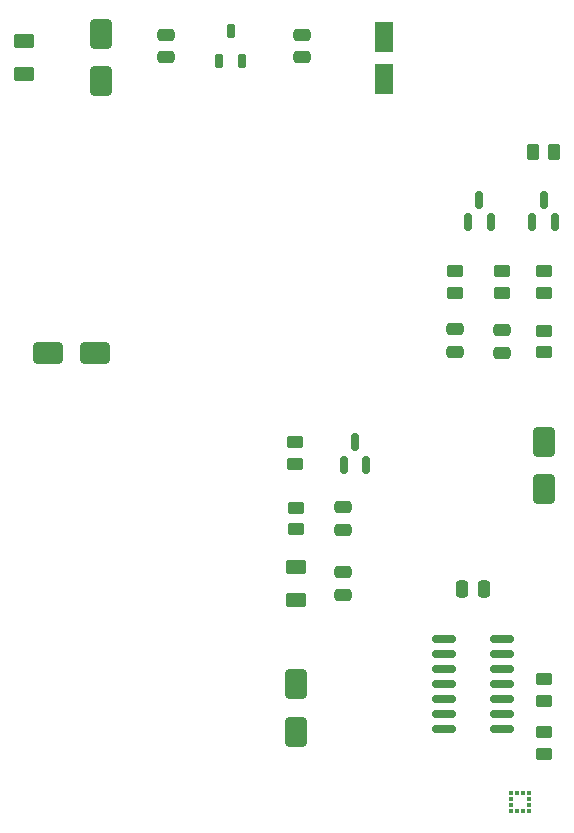
<source format=gbr>
%TF.GenerationSoftware,KiCad,Pcbnew,8.0.3*%
%TF.CreationDate,2024-06-23T19:26:25-05:00*%
%TF.ProjectId,Vehicle Power Switch,56656869-636c-4652-9050-6f7765722053,rev?*%
%TF.SameCoordinates,Original*%
%TF.FileFunction,Paste,Top*%
%TF.FilePolarity,Positive*%
%FSLAX46Y46*%
G04 Gerber Fmt 4.6, Leading zero omitted, Abs format (unit mm)*
G04 Created by KiCad (PCBNEW 8.0.3) date 2024-06-23 19:26:25*
%MOMM*%
%LPD*%
G01*
G04 APERTURE LIST*
G04 Aperture macros list*
%AMRoundRect*
0 Rectangle with rounded corners*
0 $1 Rounding radius*
0 $2 $3 $4 $5 $6 $7 $8 $9 X,Y pos of 4 corners*
0 Add a 4 corners polygon primitive as box body*
4,1,4,$2,$3,$4,$5,$6,$7,$8,$9,$2,$3,0*
0 Add four circle primitives for the rounded corners*
1,1,$1+$1,$2,$3*
1,1,$1+$1,$4,$5*
1,1,$1+$1,$6,$7*
1,1,$1+$1,$8,$9*
0 Add four rect primitives between the rounded corners*
20,1,$1+$1,$2,$3,$4,$5,0*
20,1,$1+$1,$4,$5,$6,$7,0*
20,1,$1+$1,$6,$7,$8,$9,0*
20,1,$1+$1,$8,$9,$2,$3,0*%
G04 Aperture macros list end*
%ADD10RoundRect,0.162500X0.162500X-0.447500X0.162500X0.447500X-0.162500X0.447500X-0.162500X-0.447500X0*%
%ADD11RoundRect,0.150000X0.150000X-0.587500X0.150000X0.587500X-0.150000X0.587500X-0.150000X-0.587500X0*%
%ADD12RoundRect,0.150000X-0.825000X-0.150000X0.825000X-0.150000X0.825000X0.150000X-0.825000X0.150000X0*%
%ADD13RoundRect,0.250000X-0.625000X0.375000X-0.625000X-0.375000X0.625000X-0.375000X0.625000X0.375000X0*%
%ADD14RoundRect,0.250000X0.475000X-0.250000X0.475000X0.250000X-0.475000X0.250000X-0.475000X-0.250000X0*%
%ADD15RoundRect,0.250000X-0.450000X0.262500X-0.450000X-0.262500X0.450000X-0.262500X0.450000X0.262500X0*%
%ADD16RoundRect,0.250000X0.625000X-0.375000X0.625000X0.375000X-0.625000X0.375000X-0.625000X-0.375000X0*%
%ADD17RoundRect,0.250000X0.450000X-0.262500X0.450000X0.262500X-0.450000X0.262500X-0.450000X-0.262500X0*%
%ADD18RoundRect,0.250000X-0.475000X0.250000X-0.475000X-0.250000X0.475000X-0.250000X0.475000X0.250000X0*%
%ADD19RoundRect,0.250000X-0.650000X1.000000X-0.650000X-1.000000X0.650000X-1.000000X0.650000X1.000000X0*%
%ADD20RoundRect,0.250000X-1.000000X-0.650000X1.000000X-0.650000X1.000000X0.650000X-1.000000X0.650000X0*%
%ADD21RoundRect,0.250000X0.262500X0.450000X-0.262500X0.450000X-0.262500X-0.450000X0.262500X-0.450000X0*%
%ADD22RoundRect,0.250000X-0.250000X-0.475000X0.250000X-0.475000X0.250000X0.475000X-0.250000X0.475000X0*%
%ADD23R,0.350000X0.375000*%
%ADD24R,0.375000X0.350000*%
%ADD25RoundRect,0.250000X-0.550000X1.050000X-0.550000X-1.050000X0.550000X-1.050000X0.550000X1.050000X0*%
G04 APERTURE END LIST*
D10*
%TO.C,U1*%
X101050000Y-57310000D03*
X102950000Y-57310000D03*
X102000000Y-54690000D03*
%TD*%
D11*
%TO.C,Q1*%
X111550000Y-91437500D03*
X113450000Y-91437500D03*
X112500000Y-89562500D03*
%TD*%
%TO.C,Q3*%
X127550000Y-70937500D03*
X129450000Y-70937500D03*
X128500000Y-69062500D03*
%TD*%
%TO.C,Q2*%
X122112500Y-70875000D03*
X124012500Y-70875000D03*
X123062500Y-69000000D03*
%TD*%
D12*
%TO.C,U3*%
X120025000Y-106190000D03*
X120025000Y-107460000D03*
X120025000Y-108730000D03*
X120025000Y-110000000D03*
X120025000Y-111270000D03*
X120025000Y-112540000D03*
X120025000Y-113810000D03*
X124975000Y-113810000D03*
X124975000Y-112540000D03*
X124975000Y-111270000D03*
X124975000Y-110000000D03*
X124975000Y-108730000D03*
X124975000Y-107460000D03*
X124975000Y-106190000D03*
%TD*%
D13*
%TO.C,D4*%
X107500000Y-100100000D03*
X107500000Y-102900000D03*
%TD*%
D14*
%TO.C,C8*%
X111500000Y-102450000D03*
X111500000Y-100550000D03*
%TD*%
D15*
%TO.C,R1*%
X107462500Y-89525000D03*
X107462500Y-91350000D03*
%TD*%
D16*
%TO.C,F1*%
X84500000Y-58400000D03*
X84500000Y-55600000D03*
%TD*%
D17*
%TO.C,R5*%
X107500000Y-96912500D03*
X107500000Y-95087500D03*
%TD*%
D15*
%TO.C,R2*%
X128500000Y-109587500D03*
X128500000Y-111412500D03*
%TD*%
D18*
%TO.C,C9*%
X125000000Y-80050000D03*
X125000000Y-81950000D03*
%TD*%
D15*
%TO.C,R11*%
X128500000Y-80087500D03*
X128500000Y-81912500D03*
%TD*%
D19*
%TO.C,D5*%
X128500000Y-89500000D03*
X128500000Y-93500000D03*
%TD*%
%TO.C,D3*%
X107525000Y-110040000D03*
X107525000Y-114040000D03*
%TD*%
D20*
%TO.C,D2*%
X86500000Y-82000000D03*
X90500000Y-82000000D03*
%TD*%
D21*
%TO.C,R9*%
X129412500Y-65000000D03*
X127587500Y-65000000D03*
%TD*%
D19*
%TO.C,D1*%
X91000000Y-55000000D03*
X91000000Y-59000000D03*
%TD*%
D15*
%TO.C,R10*%
X128500000Y-75087500D03*
X128500000Y-76912500D03*
%TD*%
D18*
%TO.C,C1*%
X96500000Y-55050000D03*
X96500000Y-56950000D03*
%TD*%
D15*
%TO.C,R8*%
X121000000Y-75087500D03*
X121000000Y-76912500D03*
%TD*%
%TO.C,R6*%
X125000000Y-75087500D03*
X125000000Y-76912500D03*
%TD*%
D22*
%TO.C,C4*%
X121550000Y-102000000D03*
X123450000Y-102000000D03*
%TD*%
D17*
%TO.C,R3*%
X128500000Y-115912500D03*
X128500000Y-114087500D03*
%TD*%
D18*
%TO.C,C6*%
X111500000Y-95050000D03*
X111500000Y-96950000D03*
%TD*%
D23*
%TO.C,U2*%
X127250000Y-119237500D03*
X126750000Y-119237500D03*
X126250000Y-119237500D03*
X125750000Y-119237500D03*
D24*
X125737500Y-119750000D03*
X125737500Y-120250000D03*
D23*
X125750000Y-120762500D03*
X126250000Y-120762500D03*
X126750000Y-120762500D03*
X127250000Y-120762500D03*
D24*
X127262500Y-120250000D03*
X127262500Y-119750000D03*
%TD*%
D18*
%TO.C,C7*%
X121000000Y-80000000D03*
X121000000Y-81900000D03*
%TD*%
D25*
%TO.C,C3*%
X115000000Y-55200000D03*
X115000000Y-58800000D03*
%TD*%
D18*
%TO.C,C5*%
X108000000Y-55050000D03*
X108000000Y-56950000D03*
%TD*%
M02*

</source>
